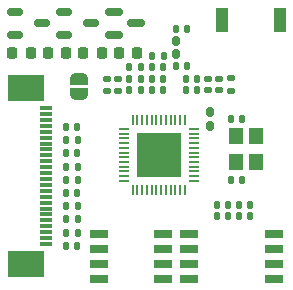
<source format=gts>
G04 EasyEDA Pro v1.9.28, 2023-01-14 19:19:00*
G04 Gerber Generator version 0.3*%TF.GenerationSoftware,KiCad,Pcbnew,8.0.0*%
%TF.CreationDate,2024-10-10T01:47:14+08:00*%
%TF.ProjectId,Neko_Wireless_Transmission,4e656b6f-5f57-4697-9265-6c6573735f54,rev?*%
%TF.SameCoordinates,Original*%
%TF.FileFunction,Soldermask,Top*%
%TF.FilePolarity,Negative*%
%FSLAX46Y46*%
G04 Gerber Fmt 4.6, Leading zero omitted, Abs format (unit mm)*
G04 Created by KiCad (PCBNEW 8.0.0) date 2024-10-10 01:47:14*
%MOMM*%
%LPD*%
G01*
G04 APERTURE LIST*
G04 Aperture macros list*
%AMRoundRect*
0 Rectangle with rounded corners*
0 $1 Rounding radius*
0 $2 $3 $4 $5 $6 $7 $8 $9 X,Y pos of 4 corners*
0 Add a 4 corners polygon primitive as box body*
4,1,4,$2,$3,$4,$5,$6,$7,$8,$9,$2,$3,0*
0 Add four circle primitives for the rounded corners*
1,1,$1+$1,$2,$3*
1,1,$1+$1,$4,$5*
1,1,$1+$1,$6,$7*
1,1,$1+$1,$8,$9*
0 Add four rect primitives between the rounded corners*
20,1,$1+$1,$2,$3,$4,$5,0*
20,1,$1+$1,$4,$5,$6,$7,0*
20,1,$1+$1,$6,$7,$8,$9,0*
20,1,$1+$1,$8,$9,$2,$3,0*%
%AMFreePoly0*
4,1,19,0.500000,-0.750000,0.000000,-0.750000,0.000000,-0.744911,-0.071157,-0.744911,-0.207708,-0.704816,-0.327430,-0.627875,-0.420627,-0.520320,-0.479746,-0.390866,-0.500000,-0.250000,-0.500000,0.250000,-0.479746,0.390866,-0.420627,0.520320,-0.327430,0.627875,-0.207708,0.704816,-0.071157,0.744911,0.000000,0.744911,0.000000,0.750000,0.500000,0.750000,0.500000,-0.750000,0.500000,-0.750000,
$1*%
%AMFreePoly1*
4,1,19,0.000000,0.744911,0.071157,0.744911,0.207708,0.704816,0.327430,0.627875,0.420627,0.520320,0.479746,0.390866,0.500000,0.250000,0.500000,-0.250000,0.479746,-0.390866,0.420627,-0.520320,0.327430,-0.627875,0.207708,-0.704816,0.071157,-0.744911,0.000000,-0.744911,0.000000,-0.750000,-0.500000,-0.750000,-0.500000,0.750000,0.000000,0.750000,0.000000,0.744911,0.000000,0.744911,
$1*%
G04 Aperture macros list end*
%ADD10RoundRect,0.135000X-0.135000X-0.185000X0.135000X-0.185000X0.135000X0.185000X-0.135000X0.185000X0*%
%ADD11RoundRect,0.140000X0.140000X0.170000X-0.140000X0.170000X-0.140000X-0.170000X0.140000X-0.170000X0*%
%ADD12RoundRect,0.140000X-0.140000X-0.170000X0.140000X-0.170000X0.140000X0.170000X-0.140000X0.170000X0*%
%ADD13RoundRect,0.135000X0.135000X0.185000X-0.135000X0.185000X-0.135000X-0.185000X0.135000X-0.185000X0*%
%ADD14R,1.525000X0.700000*%
%ADD15R,1.200000X1.400000*%
%ADD16RoundRect,0.225000X-0.225000X-0.250000X0.225000X-0.250000X0.225000X0.250000X-0.225000X0.250000X0*%
%ADD17R,1.000000X2.150000*%
%ADD18R,1.100000X0.300000*%
%ADD19R,3.100000X2.300000*%
%ADD20RoundRect,0.160000X-0.160000X0.222500X-0.160000X-0.222500X0.160000X-0.222500X0.160000X0.222500X0*%
%ADD21RoundRect,0.135000X0.185000X-0.135000X0.185000X0.135000X-0.185000X0.135000X-0.185000X-0.135000X0*%
%ADD22RoundRect,0.150000X-0.512500X-0.150000X0.512500X-0.150000X0.512500X0.150000X-0.512500X0.150000X0*%
%ADD23RoundRect,0.150000X-0.587500X-0.150000X0.587500X-0.150000X0.587500X0.150000X-0.587500X0.150000X0*%
%ADD24R,0.200000X0.850000*%
%ADD25R,0.850000X0.200000*%
%ADD26R,3.800000X3.800000*%
%ADD27RoundRect,0.140000X0.170000X-0.140000X0.170000X0.140000X-0.170000X0.140000X-0.170000X-0.140000X0*%
%ADD28R,1.650000X0.650000*%
%ADD29RoundRect,0.135000X-0.185000X0.135000X-0.185000X-0.135000X0.185000X-0.135000X0.185000X0.135000X0*%
%ADD30FreePoly0,90.000000*%
%ADD31FreePoly1,90.000000*%
%ADD32RoundRect,0.160000X0.160000X-0.222500X0.160000X0.222500X-0.160000X0.222500X-0.160000X-0.222500X0*%
G04 APERTURE END LIST*
D10*
%TO.C,R1*%
X29490000Y-74688888D03*
X30510000Y-74688888D03*
%TD*%
D11*
%TO.C,C10*%
X37730000Y-70450000D03*
X36770000Y-70450000D03*
%TD*%
%TO.C,C11*%
X45120000Y-80160000D03*
X44160000Y-80160000D03*
%TD*%
D12*
%TO.C,C1*%
X38810000Y-68380000D03*
X39770000Y-68380000D03*
%TD*%
%TO.C,C23*%
X29520000Y-79154440D03*
X30480000Y-79154440D03*
%TD*%
D13*
%TO.C,R3*%
X30510000Y-80268328D03*
X29490000Y-80268328D03*
%TD*%
D14*
%TO.C,IC3*%
X37702000Y-86435000D03*
X37702000Y-85165000D03*
X37702000Y-83895000D03*
X37702000Y-82625000D03*
X32278000Y-82625000D03*
X32278000Y-83895000D03*
X32278000Y-85165000D03*
X32278000Y-86435000D03*
%TD*%
D10*
%TO.C,R6*%
X34840000Y-68520000D03*
X35860000Y-68520000D03*
%TD*%
D11*
%TO.C,C13*%
X35840000Y-69490000D03*
X34880000Y-69490000D03*
%TD*%
D12*
%TO.C,C6*%
X38810000Y-65260000D03*
X39770000Y-65260000D03*
%TD*%
%TO.C,C17*%
X42290000Y-80170000D03*
X43250000Y-80170000D03*
%TD*%
D11*
%TO.C,C14*%
X35840000Y-70460000D03*
X34880000Y-70460000D03*
%TD*%
D15*
%TO.C,Y1*%
X45590000Y-76540000D03*
X45590000Y-74340000D03*
X43890000Y-74340000D03*
X43890000Y-76540000D03*
%TD*%
D16*
%TO.C,C27*%
X30980000Y-67270000D03*
X32530000Y-67270000D03*
%TD*%
D12*
%TO.C,C29*%
X29520000Y-83620000D03*
X30480000Y-83620000D03*
%TD*%
D17*
%TO.C,ANT1*%
X42725000Y-64475000D03*
X47625000Y-64475000D03*
%TD*%
D18*
%TO.C,J1*%
X27830000Y-71970000D03*
X27830000Y-72470000D03*
X27830000Y-72970000D03*
X27830000Y-73470000D03*
X27830000Y-73970000D03*
X27830000Y-74470000D03*
X27830000Y-74970000D03*
X27830000Y-75470000D03*
X27830000Y-75970000D03*
X27830000Y-76470000D03*
X27830000Y-76970000D03*
X27830000Y-77470000D03*
X27830000Y-77970000D03*
X27830000Y-78470000D03*
X27830000Y-78970000D03*
X27830000Y-79470000D03*
X27830000Y-79970000D03*
X27830000Y-80470000D03*
X27830000Y-80970000D03*
X27830000Y-81470000D03*
X27830000Y-81970000D03*
X27830000Y-82470000D03*
X27830000Y-82970000D03*
X27830000Y-83470000D03*
D19*
X26130000Y-70300000D03*
X26130000Y-85140000D03*
%TD*%
D12*
%TO.C,C25*%
X29520000Y-75802776D03*
X30480000Y-75802776D03*
%TD*%
%TO.C,C2*%
X39630000Y-70460000D03*
X40590000Y-70460000D03*
%TD*%
D10*
%TO.C,R10*%
X29490000Y-82506104D03*
X30510000Y-82506104D03*
%TD*%
D20*
%TO.C,L2*%
X41740000Y-72317500D03*
X41740000Y-73462500D03*
%TD*%
D13*
%TO.C,R4*%
X30510000Y-81392216D03*
X29490000Y-81392216D03*
%TD*%
D11*
%TO.C,C8*%
X37730000Y-69480000D03*
X36770000Y-69480000D03*
%TD*%
D21*
%TO.C,R2*%
X43460000Y-70480000D03*
X43460000Y-69460000D03*
%TD*%
D22*
%TO.C,U1*%
X29330000Y-63840000D03*
X29330000Y-65740000D03*
X31605000Y-64790000D03*
%TD*%
D11*
%TO.C,C7*%
X37730000Y-68510000D03*
X36770000Y-68510000D03*
%TD*%
D23*
%TO.C,Q1*%
X33600000Y-63840000D03*
X33600000Y-65740000D03*
X35475000Y-64790000D03*
%TD*%
D12*
%TO.C,C12*%
X43470000Y-72930000D03*
X44430000Y-72930000D03*
%TD*%
D24*
%TO.C,IC2*%
X39560000Y-72980000D03*
X39160000Y-72980000D03*
X38760000Y-72980000D03*
X38360000Y-72980000D03*
X37960000Y-72980000D03*
X37560000Y-72980000D03*
X37160000Y-72980000D03*
X36760000Y-72980000D03*
X36360000Y-72980000D03*
X35960000Y-72980000D03*
X35560000Y-72980000D03*
X35160000Y-72980000D03*
D25*
X34410000Y-73730000D03*
X34410000Y-74130000D03*
X34410000Y-74530000D03*
X34410000Y-74930000D03*
X34410000Y-75330000D03*
X34410000Y-75730000D03*
X34410000Y-76130000D03*
X34410000Y-76530000D03*
X34410000Y-76930000D03*
X34410000Y-77330000D03*
X34410000Y-77730000D03*
X34410000Y-78130000D03*
D24*
X35160000Y-78880000D03*
X35560000Y-78880000D03*
X35960000Y-78880000D03*
X36360000Y-78880000D03*
X36760000Y-78880000D03*
X37160000Y-78880000D03*
X37560000Y-78880000D03*
X37960000Y-78880000D03*
X38360000Y-78880000D03*
X38760000Y-78880000D03*
X39160000Y-78880000D03*
X39560000Y-78880000D03*
D25*
X40310000Y-78130000D03*
X40310000Y-77730000D03*
X40310000Y-77330000D03*
X40310000Y-76930000D03*
X40310000Y-76530000D03*
X40310000Y-76130000D03*
X40310000Y-75730000D03*
X40310000Y-75330000D03*
X40310000Y-74930000D03*
X40310000Y-74530000D03*
X40310000Y-74130000D03*
X40310000Y-73730000D03*
D26*
X37360000Y-75930000D03*
%TD*%
D16*
%TO.C,C28*%
X33990000Y-67270000D03*
X35540000Y-67270000D03*
%TD*%
D22*
%TO.C,U2*%
X25175000Y-63840000D03*
X25175000Y-65740000D03*
X27450000Y-64790000D03*
%TD*%
D27*
%TO.C,C19*%
X42490000Y-70450000D03*
X42490000Y-69490000D03*
%TD*%
D12*
%TO.C,C4*%
X43470000Y-78050000D03*
X44430000Y-78050000D03*
%TD*%
D28*
%TO.C,IC1*%
X47110000Y-86435000D03*
X47110000Y-85165000D03*
X47110000Y-83895000D03*
X47110000Y-82625000D03*
X39910000Y-82625000D03*
X39910000Y-83895000D03*
X39910000Y-85165000D03*
X39910000Y-86435000D03*
%TD*%
D11*
%TO.C,C9*%
X45120000Y-81130000D03*
X44160000Y-81130000D03*
%TD*%
D27*
%TO.C,C21*%
X33940000Y-70490000D03*
X33940000Y-69530000D03*
%TD*%
D13*
%TO.C,R7*%
X30510000Y-78040552D03*
X29490000Y-78040552D03*
%TD*%
D11*
%TO.C,C16*%
X43250000Y-81130000D03*
X42290000Y-81130000D03*
%TD*%
D16*
%TO.C,C26*%
X27970000Y-67280000D03*
X29520000Y-67280000D03*
%TD*%
D12*
%TO.C,C24*%
X29520000Y-73575000D03*
X30480000Y-73575000D03*
%TD*%
D10*
%TO.C,R9*%
X29490000Y-76916664D03*
X30510000Y-76916664D03*
%TD*%
D27*
%TO.C,C20*%
X41530000Y-70450000D03*
X41530000Y-69490000D03*
%TD*%
D10*
%TO.C,R8*%
X36750000Y-67530000D03*
X37770000Y-67530000D03*
%TD*%
D29*
%TO.C,R5*%
X32960000Y-69510000D03*
X32960000Y-70530000D03*
%TD*%
D30*
%TO.C,JP1*%
X30610000Y-70790000D03*
D31*
X30610000Y-69490000D03*
%TD*%
D16*
%TO.C,C30*%
X24965000Y-67280000D03*
X26515000Y-67280000D03*
%TD*%
D32*
%TO.C,L1*%
X38850000Y-67392500D03*
X38850000Y-66247500D03*
%TD*%
D12*
%TO.C,C5*%
X39630000Y-69490000D03*
X40590000Y-69490000D03*
%TD*%
M02*

</source>
